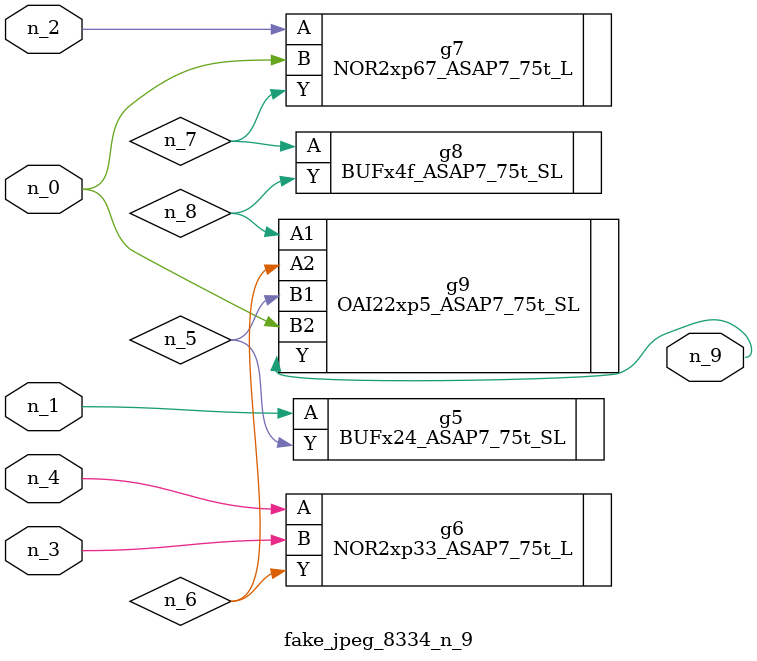
<source format=v>
module fake_jpeg_8334_n_9 (n_3, n_2, n_1, n_0, n_4, n_9);

input n_3;
input n_2;
input n_1;
input n_0;
input n_4;

output n_9;

wire n_8;
wire n_6;
wire n_5;
wire n_7;

BUFx24_ASAP7_75t_SL g5 ( 
.A(n_1),
.Y(n_5)
);

NOR2xp33_ASAP7_75t_L g6 ( 
.A(n_4),
.B(n_3),
.Y(n_6)
);

NOR2xp67_ASAP7_75t_L g7 ( 
.A(n_2),
.B(n_0),
.Y(n_7)
);

BUFx4f_ASAP7_75t_SL g8 ( 
.A(n_7),
.Y(n_8)
);

OAI22xp5_ASAP7_75t_SL g9 ( 
.A1(n_8),
.A2(n_6),
.B1(n_5),
.B2(n_0),
.Y(n_9)
);


endmodule
</source>
